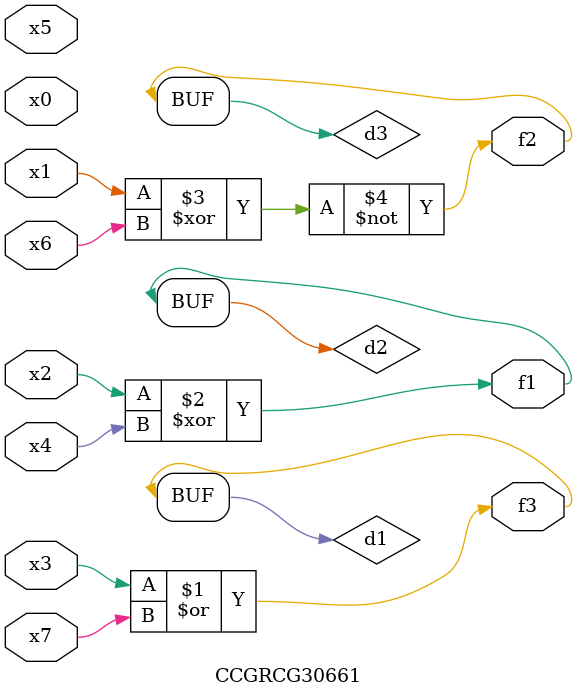
<source format=v>
module CCGRCG30661(
	input x0, x1, x2, x3, x4, x5, x6, x7,
	output f1, f2, f3
);

	wire d1, d2, d3;

	or (d1, x3, x7);
	xor (d2, x2, x4);
	xnor (d3, x1, x6);
	assign f1 = d2;
	assign f2 = d3;
	assign f3 = d1;
endmodule

</source>
